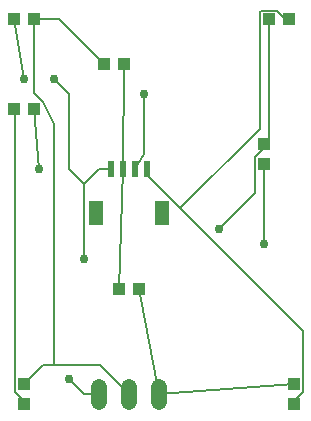
<source format=gbr>
G04 EAGLE Gerber RS-274X export*
G75*
%MOMM*%
%FSLAX34Y34*%
%LPD*%
%INTop Copper*%
%IPPOS*%
%AMOC8*
5,1,8,0,0,1.08239X$1,22.5*%
G01*
%ADD10R,1.000000X1.100000*%
%ADD11R,1.200000X2.000000*%
%ADD12R,0.600000X1.350000*%
%ADD13R,1.100000X1.000000*%
%ADD14C,1.320800*%
%ADD15C,0.152400*%
%ADD16C,0.756400*%


D10*
X25400Y42300D03*
X25400Y59300D03*
X254000Y59300D03*
X254000Y42300D03*
D11*
X86300Y204550D03*
X142300Y204550D03*
D12*
X99300Y241300D03*
X109300Y241300D03*
X119300Y241300D03*
X129300Y241300D03*
D13*
X122800Y139700D03*
X105800Y139700D03*
X93100Y330200D03*
X110100Y330200D03*
X33900Y292100D03*
X16900Y292100D03*
D10*
X228600Y262500D03*
X228600Y245500D03*
D13*
X232800Y368300D03*
X249800Y368300D03*
X16900Y368300D03*
X33900Y368300D03*
D14*
X88900Y57404D02*
X88900Y44196D01*
X139700Y44196D02*
X139700Y57404D01*
X114300Y57404D02*
X114300Y44196D01*
D15*
X109300Y241345D02*
X110100Y330200D01*
X109300Y241345D02*
X109300Y241300D01*
X109300Y241345D02*
X105800Y139700D01*
D16*
X127000Y304800D03*
D15*
X127000Y292100D01*
X33900Y292100D02*
X38100Y241300D01*
D16*
X38100Y241300D03*
D15*
X127000Y254000D02*
X127000Y292100D01*
X127000Y254000D02*
X119300Y241300D01*
X226353Y375586D02*
X239247Y375586D01*
X246533Y368300D02*
X249800Y368300D01*
X246533Y368300D02*
X239247Y375586D01*
X254000Y45567D02*
X254000Y42300D01*
X129300Y236783D02*
X129300Y241300D01*
X261286Y52853D02*
X254000Y45567D01*
X261286Y52853D02*
X261286Y104797D01*
X157641Y208441D01*
X129300Y236783D01*
X225014Y374247D02*
X226353Y375586D01*
X225014Y374247D02*
X225014Y275814D01*
X157641Y208441D01*
X232800Y266700D02*
X232800Y368300D01*
X232800Y266700D02*
X228600Y262500D01*
X228600Y259233D01*
X221314Y251947D02*
X221314Y221314D01*
X190500Y190500D01*
X221314Y251947D02*
X228600Y259233D01*
D16*
X190500Y190500D03*
X76200Y165100D03*
D15*
X76200Y228600D01*
X88900Y241300D01*
X99300Y241300D01*
X25400Y317500D02*
X16900Y368300D01*
D16*
X25400Y317500D03*
X50800Y317500D03*
D15*
X63500Y304800D01*
X63500Y241300D01*
X76200Y228600D01*
X139700Y50800D02*
X254000Y59300D01*
X139700Y50800D02*
X122800Y139700D01*
X228600Y177800D02*
X228600Y245500D01*
D16*
X228600Y177800D03*
X63500Y63500D03*
D15*
X76200Y50800D01*
X88900Y50800D01*
X33900Y305833D02*
X33900Y368300D01*
X33900Y305833D02*
X41686Y298047D01*
X41686Y75586D02*
X25400Y59300D01*
X41686Y75586D02*
X50800Y75586D01*
X89514Y75586D01*
X114300Y50800D01*
X55000Y368300D02*
X33900Y368300D01*
X55000Y368300D02*
X93100Y330200D01*
X41686Y298047D02*
X50800Y279400D01*
X50800Y75586D01*
X25400Y45567D02*
X25400Y42300D01*
X25400Y45567D02*
X18114Y52853D01*
X18114Y290886D02*
X16900Y292100D01*
X18114Y290886D02*
X18114Y52853D01*
M02*

</source>
